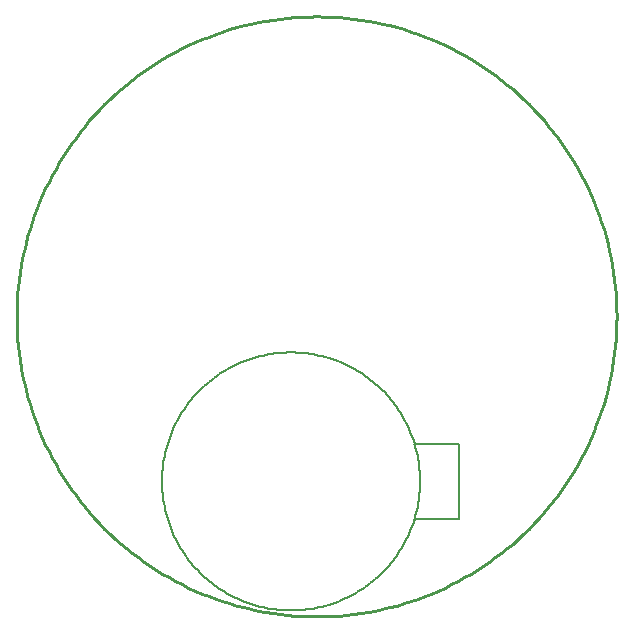
<source format=gbo>
G75*
%MOIN*%
%OFA0B0*%
%FSLAX25Y25*%
%IPPOS*%
%LPD*%
%AMOC8*
5,1,8,0,0,1.08239X$1,22.5*
%
%ADD10C,0.01000*%
%ADD11C,0.00500*%
D10*
X0001500Y0101500D02*
X0001530Y0103954D01*
X0001620Y0106407D01*
X0001771Y0108856D01*
X0001982Y0111302D01*
X0002252Y0113741D01*
X0002582Y0116173D01*
X0002972Y0118596D01*
X0003421Y0121009D01*
X0003930Y0123410D01*
X0004497Y0125798D01*
X0005122Y0128171D01*
X0005806Y0130528D01*
X0006547Y0132868D01*
X0007346Y0135189D01*
X0008201Y0137490D01*
X0009112Y0139768D01*
X0010079Y0142024D01*
X0011101Y0144256D01*
X0012178Y0146461D01*
X0013308Y0148640D01*
X0014491Y0150790D01*
X0015727Y0152910D01*
X0017015Y0155000D01*
X0018353Y0157057D01*
X0019742Y0159081D01*
X0021179Y0161070D01*
X0022665Y0163023D01*
X0024199Y0164939D01*
X0025779Y0166817D01*
X0027405Y0168656D01*
X0029075Y0170454D01*
X0030789Y0172211D01*
X0032546Y0173925D01*
X0034344Y0175595D01*
X0036183Y0177221D01*
X0038061Y0178801D01*
X0039977Y0180335D01*
X0041930Y0181821D01*
X0043919Y0183258D01*
X0045943Y0184647D01*
X0048000Y0185985D01*
X0050090Y0187273D01*
X0052210Y0188509D01*
X0054360Y0189692D01*
X0056539Y0190822D01*
X0058744Y0191899D01*
X0060976Y0192921D01*
X0063232Y0193888D01*
X0065510Y0194799D01*
X0067811Y0195654D01*
X0070132Y0196453D01*
X0072472Y0197194D01*
X0074829Y0197878D01*
X0077202Y0198503D01*
X0079590Y0199070D01*
X0081991Y0199579D01*
X0084404Y0200028D01*
X0086827Y0200418D01*
X0089259Y0200748D01*
X0091698Y0201018D01*
X0094144Y0201229D01*
X0096593Y0201380D01*
X0099046Y0201470D01*
X0101500Y0201500D01*
X0103954Y0201470D01*
X0106407Y0201380D01*
X0108856Y0201229D01*
X0111302Y0201018D01*
X0113741Y0200748D01*
X0116173Y0200418D01*
X0118596Y0200028D01*
X0121009Y0199579D01*
X0123410Y0199070D01*
X0125798Y0198503D01*
X0128171Y0197878D01*
X0130528Y0197194D01*
X0132868Y0196453D01*
X0135189Y0195654D01*
X0137490Y0194799D01*
X0139768Y0193888D01*
X0142024Y0192921D01*
X0144256Y0191899D01*
X0146461Y0190822D01*
X0148640Y0189692D01*
X0150790Y0188509D01*
X0152910Y0187273D01*
X0155000Y0185985D01*
X0157057Y0184647D01*
X0159081Y0183258D01*
X0161070Y0181821D01*
X0163023Y0180335D01*
X0164939Y0178801D01*
X0166817Y0177221D01*
X0168656Y0175595D01*
X0170454Y0173925D01*
X0172211Y0172211D01*
X0173925Y0170454D01*
X0175595Y0168656D01*
X0177221Y0166817D01*
X0178801Y0164939D01*
X0180335Y0163023D01*
X0181821Y0161070D01*
X0183258Y0159081D01*
X0184647Y0157057D01*
X0185985Y0155000D01*
X0187273Y0152910D01*
X0188509Y0150790D01*
X0189692Y0148640D01*
X0190822Y0146461D01*
X0191899Y0144256D01*
X0192921Y0142024D01*
X0193888Y0139768D01*
X0194799Y0137490D01*
X0195654Y0135189D01*
X0196453Y0132868D01*
X0197194Y0130528D01*
X0197878Y0128171D01*
X0198503Y0125798D01*
X0199070Y0123410D01*
X0199579Y0121009D01*
X0200028Y0118596D01*
X0200418Y0116173D01*
X0200748Y0113741D01*
X0201018Y0111302D01*
X0201229Y0108856D01*
X0201380Y0106407D01*
X0201470Y0103954D01*
X0201500Y0101500D01*
X0201470Y0099046D01*
X0201380Y0096593D01*
X0201229Y0094144D01*
X0201018Y0091698D01*
X0200748Y0089259D01*
X0200418Y0086827D01*
X0200028Y0084404D01*
X0199579Y0081991D01*
X0199070Y0079590D01*
X0198503Y0077202D01*
X0197878Y0074829D01*
X0197194Y0072472D01*
X0196453Y0070132D01*
X0195654Y0067811D01*
X0194799Y0065510D01*
X0193888Y0063232D01*
X0192921Y0060976D01*
X0191899Y0058744D01*
X0190822Y0056539D01*
X0189692Y0054360D01*
X0188509Y0052210D01*
X0187273Y0050090D01*
X0185985Y0048000D01*
X0184647Y0045943D01*
X0183258Y0043919D01*
X0181821Y0041930D01*
X0180335Y0039977D01*
X0178801Y0038061D01*
X0177221Y0036183D01*
X0175595Y0034344D01*
X0173925Y0032546D01*
X0172211Y0030789D01*
X0170454Y0029075D01*
X0168656Y0027405D01*
X0166817Y0025779D01*
X0164939Y0024199D01*
X0163023Y0022665D01*
X0161070Y0021179D01*
X0159081Y0019742D01*
X0157057Y0018353D01*
X0155000Y0017015D01*
X0152910Y0015727D01*
X0150790Y0014491D01*
X0148640Y0013308D01*
X0146461Y0012178D01*
X0144256Y0011101D01*
X0142024Y0010079D01*
X0139768Y0009112D01*
X0137490Y0008201D01*
X0135189Y0007346D01*
X0132868Y0006547D01*
X0130528Y0005806D01*
X0128171Y0005122D01*
X0125798Y0004497D01*
X0123410Y0003930D01*
X0121009Y0003421D01*
X0118596Y0002972D01*
X0116173Y0002582D01*
X0113741Y0002252D01*
X0111302Y0001982D01*
X0108856Y0001771D01*
X0106407Y0001620D01*
X0103954Y0001530D01*
X0101500Y0001500D01*
X0099046Y0001530D01*
X0096593Y0001620D01*
X0094144Y0001771D01*
X0091698Y0001982D01*
X0089259Y0002252D01*
X0086827Y0002582D01*
X0084404Y0002972D01*
X0081991Y0003421D01*
X0079590Y0003930D01*
X0077202Y0004497D01*
X0074829Y0005122D01*
X0072472Y0005806D01*
X0070132Y0006547D01*
X0067811Y0007346D01*
X0065510Y0008201D01*
X0063232Y0009112D01*
X0060976Y0010079D01*
X0058744Y0011101D01*
X0056539Y0012178D01*
X0054360Y0013308D01*
X0052210Y0014491D01*
X0050090Y0015727D01*
X0048000Y0017015D01*
X0045943Y0018353D01*
X0043919Y0019742D01*
X0041930Y0021179D01*
X0039977Y0022665D01*
X0038061Y0024199D01*
X0036183Y0025779D01*
X0034344Y0027405D01*
X0032546Y0029075D01*
X0030789Y0030789D01*
X0029075Y0032546D01*
X0027405Y0034344D01*
X0025779Y0036183D01*
X0024199Y0038061D01*
X0022665Y0039977D01*
X0021179Y0041930D01*
X0019742Y0043919D01*
X0018353Y0045943D01*
X0017015Y0048000D01*
X0015727Y0050090D01*
X0014491Y0052210D01*
X0013308Y0054360D01*
X0012178Y0056539D01*
X0011101Y0058744D01*
X0010079Y0060976D01*
X0009112Y0063232D01*
X0008201Y0065510D01*
X0007346Y0067811D01*
X0006547Y0070132D01*
X0005806Y0072472D01*
X0005122Y0074829D01*
X0004497Y0077202D01*
X0003930Y0079590D01*
X0003421Y0081991D01*
X0002972Y0084404D01*
X0002582Y0086827D01*
X0002252Y0089259D01*
X0001982Y0091698D01*
X0001771Y0094144D01*
X0001620Y0096593D01*
X0001530Y0099046D01*
X0001500Y0101500D01*
D11*
X0050000Y0046500D02*
X0050013Y0047555D01*
X0050052Y0048610D01*
X0050117Y0049663D01*
X0050207Y0050715D01*
X0050323Y0051764D01*
X0050465Y0052809D01*
X0050633Y0053851D01*
X0050826Y0054889D01*
X0051045Y0055921D01*
X0051289Y0056948D01*
X0051558Y0057969D01*
X0051852Y0058982D01*
X0052170Y0059988D01*
X0052514Y0060986D01*
X0052881Y0061975D01*
X0053273Y0062955D01*
X0053689Y0063925D01*
X0054128Y0064885D01*
X0054591Y0065833D01*
X0055077Y0066770D01*
X0055586Y0067695D01*
X0056118Y0068606D01*
X0056671Y0069505D01*
X0057247Y0070390D01*
X0057844Y0071260D01*
X0058462Y0072115D01*
X0059101Y0072955D01*
X0059761Y0073779D01*
X0060440Y0074586D01*
X0061139Y0075377D01*
X0061857Y0076150D01*
X0062594Y0076906D01*
X0063350Y0077643D01*
X0064123Y0078361D01*
X0064914Y0079060D01*
X0065721Y0079739D01*
X0066545Y0080399D01*
X0067385Y0081038D01*
X0068240Y0081656D01*
X0069110Y0082253D01*
X0069995Y0082829D01*
X0070894Y0083382D01*
X0071805Y0083914D01*
X0072730Y0084423D01*
X0073667Y0084909D01*
X0074615Y0085372D01*
X0075575Y0085811D01*
X0076545Y0086227D01*
X0077525Y0086619D01*
X0078514Y0086986D01*
X0079512Y0087330D01*
X0080518Y0087648D01*
X0081531Y0087942D01*
X0082552Y0088211D01*
X0083579Y0088455D01*
X0084611Y0088674D01*
X0085649Y0088867D01*
X0086691Y0089035D01*
X0087736Y0089177D01*
X0088785Y0089293D01*
X0089837Y0089383D01*
X0090890Y0089448D01*
X0091945Y0089487D01*
X0093000Y0089500D01*
X0094055Y0089487D01*
X0095110Y0089448D01*
X0096163Y0089383D01*
X0097215Y0089293D01*
X0098264Y0089177D01*
X0099309Y0089035D01*
X0100351Y0088867D01*
X0101389Y0088674D01*
X0102421Y0088455D01*
X0103448Y0088211D01*
X0104469Y0087942D01*
X0105482Y0087648D01*
X0106488Y0087330D01*
X0107486Y0086986D01*
X0108475Y0086619D01*
X0109455Y0086227D01*
X0110425Y0085811D01*
X0111385Y0085372D01*
X0112333Y0084909D01*
X0113270Y0084423D01*
X0114195Y0083914D01*
X0115106Y0083382D01*
X0116005Y0082829D01*
X0116890Y0082253D01*
X0117760Y0081656D01*
X0118615Y0081038D01*
X0119455Y0080399D01*
X0120279Y0079739D01*
X0121086Y0079060D01*
X0121877Y0078361D01*
X0122650Y0077643D01*
X0123406Y0076906D01*
X0124143Y0076150D01*
X0124861Y0075377D01*
X0125560Y0074586D01*
X0126239Y0073779D01*
X0126899Y0072955D01*
X0127538Y0072115D01*
X0128156Y0071260D01*
X0128753Y0070390D01*
X0129329Y0069505D01*
X0129882Y0068606D01*
X0130414Y0067695D01*
X0130923Y0066770D01*
X0131409Y0065833D01*
X0131872Y0064885D01*
X0132311Y0063925D01*
X0132727Y0062955D01*
X0133119Y0061975D01*
X0133486Y0060986D01*
X0133830Y0059988D01*
X0134148Y0058982D01*
X0134442Y0057969D01*
X0134711Y0056948D01*
X0134955Y0055921D01*
X0135174Y0054889D01*
X0135367Y0053851D01*
X0135535Y0052809D01*
X0135677Y0051764D01*
X0135793Y0050715D01*
X0135883Y0049663D01*
X0135948Y0048610D01*
X0135987Y0047555D01*
X0136000Y0046500D01*
X0135987Y0045445D01*
X0135948Y0044390D01*
X0135883Y0043337D01*
X0135793Y0042285D01*
X0135677Y0041236D01*
X0135535Y0040191D01*
X0135367Y0039149D01*
X0135174Y0038111D01*
X0134955Y0037079D01*
X0134711Y0036052D01*
X0134442Y0035031D01*
X0134148Y0034018D01*
X0133830Y0033012D01*
X0133486Y0032014D01*
X0133119Y0031025D01*
X0132727Y0030045D01*
X0132311Y0029075D01*
X0131872Y0028115D01*
X0131409Y0027167D01*
X0130923Y0026230D01*
X0130414Y0025305D01*
X0129882Y0024394D01*
X0129329Y0023495D01*
X0128753Y0022610D01*
X0128156Y0021740D01*
X0127538Y0020885D01*
X0126899Y0020045D01*
X0126239Y0019221D01*
X0125560Y0018414D01*
X0124861Y0017623D01*
X0124143Y0016850D01*
X0123406Y0016094D01*
X0122650Y0015357D01*
X0121877Y0014639D01*
X0121086Y0013940D01*
X0120279Y0013261D01*
X0119455Y0012601D01*
X0118615Y0011962D01*
X0117760Y0011344D01*
X0116890Y0010747D01*
X0116005Y0010171D01*
X0115106Y0009618D01*
X0114195Y0009086D01*
X0113270Y0008577D01*
X0112333Y0008091D01*
X0111385Y0007628D01*
X0110425Y0007189D01*
X0109455Y0006773D01*
X0108475Y0006381D01*
X0107486Y0006014D01*
X0106488Y0005670D01*
X0105482Y0005352D01*
X0104469Y0005058D01*
X0103448Y0004789D01*
X0102421Y0004545D01*
X0101389Y0004326D01*
X0100351Y0004133D01*
X0099309Y0003965D01*
X0098264Y0003823D01*
X0097215Y0003707D01*
X0096163Y0003617D01*
X0095110Y0003552D01*
X0094055Y0003513D01*
X0093000Y0003500D01*
X0091945Y0003513D01*
X0090890Y0003552D01*
X0089837Y0003617D01*
X0088785Y0003707D01*
X0087736Y0003823D01*
X0086691Y0003965D01*
X0085649Y0004133D01*
X0084611Y0004326D01*
X0083579Y0004545D01*
X0082552Y0004789D01*
X0081531Y0005058D01*
X0080518Y0005352D01*
X0079512Y0005670D01*
X0078514Y0006014D01*
X0077525Y0006381D01*
X0076545Y0006773D01*
X0075575Y0007189D01*
X0074615Y0007628D01*
X0073667Y0008091D01*
X0072730Y0008577D01*
X0071805Y0009086D01*
X0070894Y0009618D01*
X0069995Y0010171D01*
X0069110Y0010747D01*
X0068240Y0011344D01*
X0067385Y0011962D01*
X0066545Y0012601D01*
X0065721Y0013261D01*
X0064914Y0013940D01*
X0064123Y0014639D01*
X0063350Y0015357D01*
X0062594Y0016094D01*
X0061857Y0016850D01*
X0061139Y0017623D01*
X0060440Y0018414D01*
X0059761Y0019221D01*
X0059101Y0020045D01*
X0058462Y0020885D01*
X0057844Y0021740D01*
X0057247Y0022610D01*
X0056671Y0023495D01*
X0056118Y0024394D01*
X0055586Y0025305D01*
X0055077Y0026230D01*
X0054591Y0027167D01*
X0054128Y0028115D01*
X0053689Y0029075D01*
X0053273Y0030045D01*
X0052881Y0031025D01*
X0052514Y0032014D01*
X0052170Y0033012D01*
X0051852Y0034018D01*
X0051558Y0035031D01*
X0051289Y0036052D01*
X0051045Y0037079D01*
X0050826Y0038111D01*
X0050633Y0039149D01*
X0050465Y0040191D01*
X0050323Y0041236D01*
X0050207Y0042285D01*
X0050117Y0043337D01*
X0050052Y0044390D01*
X0050013Y0045445D01*
X0050000Y0046500D01*
X0134000Y0034000D02*
X0149000Y0034000D01*
X0149000Y0059000D01*
X0134000Y0059000D01*
M02*

</source>
